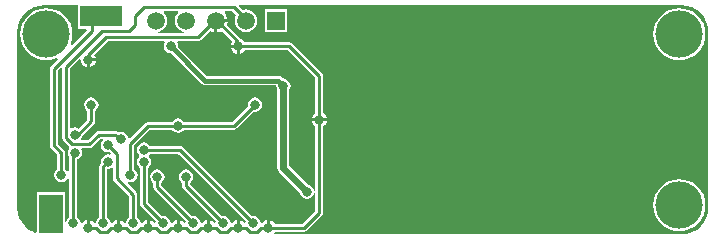
<source format=gbl>
G04 Layer_Physical_Order=2*
G04 Layer_Color=16711680*
%FSLAX25Y25*%
%MOIN*%
G70*
G01*
G75*
%ADD19C,0.01000*%
%ADD20C,0.02362*%
%ADD21C,0.15748*%
%ADD22R,0.07874X0.06890*%
%ADD23C,0.03150*%
%ADD24C,0.05905*%
%ADD25R,0.05905X0.05905*%
%ADD26C,0.01575*%
G36*
X442825Y434262D02*
Y410814D01*
X442925Y410312D01*
X443210Y409886D01*
X445002Y408094D01*
X445156Y407890D01*
X445084Y407385D01*
X444775Y406922D01*
X444592Y406000D01*
X444775Y405078D01*
X445187Y404461D01*
Y399849D01*
X445092Y399773D01*
X444421Y399877D01*
X444203Y400203D01*
X443813Y400464D01*
Y406000D01*
X443713Y406502D01*
X443428Y406928D01*
X441313Y409044D01*
Y433456D01*
X442325Y434469D01*
X442825Y434262D01*
D02*
G37*
G36*
X504042Y383102D02*
X503981Y382817D01*
X503444Y382696D01*
X503336Y382836D01*
X502799Y383249D01*
X502172Y383508D01*
X502000Y383531D01*
Y381000D01*
X501000D01*
Y383531D01*
X500828Y383508D01*
X500202Y383249D01*
X499664Y382836D01*
X499385Y382473D01*
X499309Y382477D01*
X498881Y382638D01*
X498725Y383422D01*
X498203Y384203D01*
X497422Y384725D01*
X496500Y384909D01*
X496039Y384817D01*
X485313Y395544D01*
Y396036D01*
X485703Y396297D01*
X486225Y397078D01*
X486409Y398000D01*
X486225Y398922D01*
X485703Y399703D01*
X484922Y400225D01*
X484000Y400409D01*
X483078Y400225D01*
X482297Y399703D01*
X481775Y398922D01*
X481592Y398000D01*
X481775Y397078D01*
X482297Y396297D01*
X482687Y396036D01*
Y395000D01*
X482787Y394498D01*
X483072Y394072D01*
X494042Y383102D01*
X493981Y382817D01*
X493444Y382696D01*
X493336Y382836D01*
X492799Y383249D01*
X492172Y383508D01*
X492000Y383531D01*
Y381000D01*
X491000D01*
Y383531D01*
X490828Y383508D01*
X490202Y383249D01*
X489664Y382836D01*
X489385Y382473D01*
X489309Y382477D01*
X488881Y382638D01*
X488725Y383422D01*
X488203Y384203D01*
X487422Y384725D01*
X486500Y384909D01*
X486039Y384817D01*
X475813Y395044D01*
Y396036D01*
X476203Y396297D01*
X476725Y397078D01*
X476908Y398000D01*
X476725Y398922D01*
X476203Y399703D01*
X475422Y400225D01*
X474500Y400409D01*
X473578Y400225D01*
X472797Y399703D01*
X472275Y398922D01*
X472091Y398000D01*
X472275Y397078D01*
X472797Y396297D01*
X473187Y396036D01*
Y394500D01*
X473287Y393998D01*
X473572Y393572D01*
X484042Y383102D01*
X483981Y382817D01*
X483444Y382696D01*
X483336Y382836D01*
X482798Y383249D01*
X482172Y383508D01*
X482000Y383531D01*
Y381000D01*
X481000D01*
Y383531D01*
X480828Y383508D01*
X480201Y383249D01*
X479664Y382836D01*
X479385Y382473D01*
X479309Y382477D01*
X478881Y382638D01*
X478725Y383422D01*
X478203Y384203D01*
X477422Y384725D01*
X476500Y384909D01*
X476040Y384817D01*
X471313Y389544D01*
Y401036D01*
X471703Y401297D01*
X472225Y402078D01*
X472408Y403000D01*
X472225Y403922D01*
X471703Y404703D01*
X471633Y404750D01*
Y405184D01*
X471706Y405302D01*
X471964Y405687D01*
X481456D01*
X504042Y383102D01*
D02*
G37*
G36*
X456242Y410419D02*
X456286Y410187D01*
X455775Y409422D01*
X455591Y408500D01*
X455775Y407578D01*
X456297Y406797D01*
X457078Y406275D01*
X458000Y406091D01*
X458461Y406183D01*
X458906Y405738D01*
X458659Y405277D01*
X458000Y405408D01*
X457078Y405225D01*
X456297Y404703D01*
X455775Y403922D01*
X455591Y403000D01*
X455683Y402539D01*
X455572Y402428D01*
X455287Y402002D01*
X455187Y401500D01*
Y384464D01*
X454797Y384203D01*
X454275Y383422D01*
X454148Y382784D01*
X454081Y382624D01*
X453691Y382477D01*
X453615Y382473D01*
X453336Y382836D01*
X452799Y383249D01*
X452172Y383508D01*
X452000Y383531D01*
Y381000D01*
X451000D01*
Y383531D01*
X450828Y383508D01*
X450202Y383249D01*
X449664Y382836D01*
X449385Y382473D01*
X449309Y382477D01*
X448881Y382638D01*
X448725Y383422D01*
X448203Y384203D01*
X447813Y384464D01*
Y403753D01*
X447922Y403775D01*
X448703Y404297D01*
X449225Y405078D01*
X449408Y406000D01*
X449225Y406922D01*
X449100Y407109D01*
X449336Y407550D01*
X451862D01*
X452364Y407650D01*
X452790Y407934D01*
X455544Y410687D01*
X456161D01*
X456242Y410419D01*
D02*
G37*
G36*
X476992Y442746D02*
X476775Y442422D01*
X476591Y441500D01*
X476775Y440578D01*
X477297Y439797D01*
X478078Y439275D01*
X479000Y439091D01*
X479115Y439114D01*
X489365Y428865D01*
X489365Y428865D01*
X489886Y428517D01*
X490500Y428394D01*
X490500Y428394D01*
X514049D01*
X514091Y428343D01*
X514275Y427421D01*
X514493Y427095D01*
Y400846D01*
X514646Y400078D01*
X515081Y399427D01*
X522045Y392463D01*
X522121Y392078D01*
X522643Y391297D01*
X523425Y390775D01*
X524346Y390592D01*
X525268Y390775D01*
X526049Y391297D01*
X526572Y392078D01*
X526687Y392661D01*
X527187Y392611D01*
Y386544D01*
X522956Y382313D01*
X513738D01*
X513336Y382836D01*
X512799Y383249D01*
X512172Y383508D01*
X512000Y383531D01*
Y381000D01*
X511000D01*
Y383531D01*
X510828Y383508D01*
X510202Y383249D01*
X509664Y382836D01*
X509385Y382473D01*
X509309Y382477D01*
X508881Y382638D01*
X508725Y383422D01*
X508203Y384203D01*
X507422Y384725D01*
X506500Y384909D01*
X506039Y384817D01*
X482928Y407928D01*
X482502Y408213D01*
X482000Y408313D01*
X471964D01*
X471703Y408703D01*
X470922Y409225D01*
X470000Y409409D01*
X469078Y409225D01*
X468297Y408703D01*
X467775Y407922D01*
X467591Y407000D01*
X467775Y406078D01*
X468297Y405297D01*
X468367Y405250D01*
Y404750D01*
X468297Y404703D01*
X467775Y403922D01*
X467591Y403000D01*
X467775Y402078D01*
X468297Y401297D01*
X468687Y401036D01*
Y389000D01*
X468787Y388498D01*
X469072Y388072D01*
X474042Y383102D01*
X473981Y382817D01*
X473444Y382696D01*
X473336Y382836D01*
X472798Y383249D01*
X472172Y383508D01*
X472000Y383531D01*
Y381000D01*
X471000D01*
Y383531D01*
X470828Y383508D01*
X470201Y383249D01*
X469664Y382836D01*
X469385Y382473D01*
X469309Y382477D01*
X468881Y382638D01*
X468725Y383422D01*
X468203Y384203D01*
X467813Y384464D01*
Y392000D01*
X467713Y392502D01*
X467428Y392928D01*
X464595Y395762D01*
X464841Y396223D01*
X465500Y396092D01*
X466422Y396275D01*
X467203Y396797D01*
X467725Y397578D01*
X467908Y398500D01*
X467725Y399422D01*
X467203Y400203D01*
X466813Y400464D01*
Y408456D01*
X472044Y413687D01*
X479536D01*
X479797Y413297D01*
X480578Y412775D01*
X481500Y412592D01*
X482422Y412775D01*
X483203Y413297D01*
X483464Y413687D01*
X500000D01*
X500502Y413787D01*
X500928Y414072D01*
X506539Y419683D01*
X507000Y419592D01*
X507922Y419775D01*
X508703Y420297D01*
X509225Y421078D01*
X509409Y422000D01*
X509225Y422922D01*
X508703Y423703D01*
X507922Y424225D01*
X507000Y424408D01*
X506078Y424225D01*
X505297Y423703D01*
X504775Y422922D01*
X504592Y422000D01*
X504683Y421539D01*
X499456Y416313D01*
X483464D01*
X483203Y416703D01*
X482422Y417225D01*
X481500Y417409D01*
X480578Y417225D01*
X479797Y416703D01*
X479536Y416313D01*
X471500D01*
X470998Y416213D01*
X470572Y415928D01*
X465373Y410729D01*
X464830Y410894D01*
X464725Y411422D01*
X464203Y412203D01*
X463422Y412725D01*
X462500Y412909D01*
X461622Y412734D01*
X461428Y412928D01*
X461002Y413213D01*
X460500Y413313D01*
X455000D01*
X454498Y413213D01*
X454072Y412928D01*
X451319Y410175D01*
X449223D01*
X448956Y410675D01*
X449225Y411078D01*
X449297Y411441D01*
X453428Y415572D01*
X453713Y415998D01*
X453813Y416500D01*
Y420036D01*
X454203Y420297D01*
X454725Y421078D01*
X454909Y422000D01*
X454725Y422922D01*
X454203Y423703D01*
X453422Y424225D01*
X452500Y424408D01*
X451578Y424225D01*
X450797Y423703D01*
X450275Y422922D01*
X450092Y422000D01*
X450275Y421078D01*
X450797Y420297D01*
X451187Y420036D01*
Y417044D01*
X448190Y414046D01*
X447922Y414225D01*
X447000Y414408D01*
X446078Y414225D01*
X445891Y414100D01*
X445450Y414336D01*
Y434094D01*
X448450Y437093D01*
X448922Y436858D01*
X448991Y436328D01*
X449251Y435702D01*
X449664Y435164D01*
X450202Y434751D01*
X450828Y434491D01*
X451000Y434469D01*
Y437000D01*
X451500D01*
Y437500D01*
X454031D01*
X454008Y437672D01*
X453749Y438299D01*
X453491Y438635D01*
X458044Y443187D01*
X476756D01*
X476992Y442746D01*
D02*
G37*
G36*
X459687Y400756D02*
Y397500D01*
X459787Y396998D01*
X460072Y396572D01*
X465187Y391456D01*
Y384464D01*
X464797Y384203D01*
X464275Y383422D01*
X464122Y382651D01*
X464117Y382637D01*
X463691Y382477D01*
X463615Y382473D01*
X463336Y382836D01*
X462799Y383249D01*
X462172Y383508D01*
X462000Y383531D01*
Y381000D01*
X461000D01*
Y383531D01*
X460828Y383508D01*
X460202Y383249D01*
X459664Y382836D01*
X459385Y382473D01*
X459309Y382477D01*
X458881Y382638D01*
X458725Y383422D01*
X458203Y384203D01*
X457813Y384464D01*
Y400438D01*
X458000Y400592D01*
X458922Y400775D01*
X459246Y400992D01*
X459687Y400756D01*
D02*
G37*
G36*
X651003Y455034D02*
X652682Y454525D01*
X654229Y453698D01*
X655585Y452585D01*
X656698Y451229D01*
X657524Y449682D01*
X658034Y448003D01*
X658200Y446319D01*
X658187Y446257D01*
Y387683D01*
X658199Y387623D01*
X658035Y385949D01*
X657529Y384282D01*
X656707Y382745D01*
X655602Y381398D01*
X654255Y380293D01*
X652718Y379471D01*
X651051Y378965D01*
X649377Y378801D01*
X649317Y378813D01*
X513652D01*
X513451Y379313D01*
X513738Y379687D01*
X523500D01*
X524002Y379787D01*
X524428Y380072D01*
X529428Y385072D01*
X529713Y385498D01*
X529813Y386000D01*
Y414762D01*
X530336Y415164D01*
X530749Y415701D01*
X531008Y416328D01*
X531031Y416500D01*
X525969D01*
X525991Y416328D01*
X526251Y415701D01*
X526664Y415164D01*
X527187Y414762D01*
Y393389D01*
X526687Y393339D01*
X526572Y393922D01*
X526049Y394703D01*
X525268Y395225D01*
X524883Y395302D01*
X518507Y401678D01*
Y427095D01*
X518725Y427421D01*
X518909Y428343D01*
X518725Y429264D01*
X518203Y430046D01*
X517422Y430568D01*
X516500Y430751D01*
X516385Y430728D01*
X515978Y431135D01*
X515457Y431483D01*
X514843Y431606D01*
X514843Y431606D01*
X491165D01*
X481386Y441385D01*
X481409Y441500D01*
X481225Y442422D01*
X481008Y442746D01*
X481244Y443187D01*
X488000D01*
X488502Y443287D01*
X488928Y443572D01*
X491948Y446592D01*
X492007Y446547D01*
X492968Y446149D01*
X493500Y446079D01*
Y450000D01*
X494000D01*
Y450500D01*
X497921D01*
X497851Y451032D01*
X497453Y451993D01*
X496920Y452687D01*
X497105Y453187D01*
X499456D01*
X500744Y451900D01*
X500733Y451886D01*
X500356Y450976D01*
X500228Y450000D01*
X500356Y449024D01*
X500733Y448114D01*
X501333Y447332D01*
X502114Y446733D01*
X503024Y446356D01*
X504000Y446228D01*
X504976Y446356D01*
X505886Y446733D01*
X506668Y447332D01*
X507267Y448114D01*
X507644Y449024D01*
X507772Y450000D01*
X507644Y450976D01*
X507267Y451886D01*
X506668Y452668D01*
X505886Y453267D01*
X504976Y453644D01*
X504000Y453772D01*
X503024Y453644D01*
X502804Y453553D01*
X501631Y454725D01*
X501822Y455187D01*
X649257D01*
X649319Y455200D01*
X651003Y455034D01*
D02*
G37*
G36*
X481393Y452714D02*
X481332Y452668D01*
X480733Y451886D01*
X480356Y450976D01*
X480228Y450000D01*
X480356Y449024D01*
X480733Y448114D01*
X481332Y447332D01*
X482114Y446733D01*
X483024Y446356D01*
X483354Y446313D01*
X483321Y445813D01*
X474679D01*
X474646Y446313D01*
X474976Y446356D01*
X475886Y446733D01*
X476667Y447332D01*
X477267Y448114D01*
X477644Y449024D01*
X477772Y450000D01*
X477644Y450976D01*
X477267Y451886D01*
X476667Y452668D01*
X476607Y452714D01*
X476768Y453187D01*
X481232D01*
X481393Y452714D01*
D02*
G37*
G36*
X436743Y455187D02*
X447992D01*
Y447358D01*
X450795D01*
X451002Y446858D01*
X445872Y441728D01*
X445466Y442029D01*
X445541Y442169D01*
X446036Y443802D01*
X446203Y445500D01*
X446036Y447198D01*
X445541Y448831D01*
X444736Y450335D01*
X443654Y451654D01*
X442335Y452737D01*
X440831Y453541D01*
X439198Y454036D01*
X437500Y454203D01*
X435802Y454036D01*
X434169Y453541D01*
X432665Y452737D01*
X431346Y451654D01*
X430264Y450335D01*
X429459Y448831D01*
X428964Y447198D01*
X428797Y445500D01*
X428964Y443802D01*
X429459Y442169D01*
X430264Y440665D01*
X431346Y439346D01*
X432665Y438264D01*
X434169Y437459D01*
X435802Y436964D01*
X437500Y436797D01*
X439198Y436964D01*
X440831Y437459D01*
X440971Y437534D01*
X441272Y437128D01*
X439072Y434928D01*
X438787Y434502D01*
X438687Y434000D01*
Y408500D01*
X438787Y407998D01*
X439072Y407572D01*
X441187Y405456D01*
Y400464D01*
X440797Y400203D01*
X440275Y399422D01*
X440092Y398500D01*
X440275Y397578D01*
X440797Y396797D01*
X441578Y396275D01*
X442500Y396092D01*
X443422Y396275D01*
X444203Y396797D01*
X444421Y397123D01*
X445092Y397227D01*
X445187Y397151D01*
Y384464D01*
X444797Y384203D01*
X444275Y383422D01*
X444162Y382852D01*
X443661Y382901D01*
Y384366D01*
Y392831D01*
X434213D01*
Y384366D01*
Y379608D01*
X433811Y379311D01*
X433282Y379471D01*
X431745Y380293D01*
X430398Y381398D01*
X429293Y382745D01*
X428471Y384282D01*
X427965Y385949D01*
X427801Y387623D01*
X427813Y387683D01*
Y437000D01*
Y446257D01*
X427800Y446319D01*
X427966Y448003D01*
X428476Y449682D01*
X429302Y451229D01*
X430415Y452585D01*
X431771Y453698D01*
X433318Y454525D01*
X434997Y455034D01*
X436681Y455200D01*
X436743Y455187D01*
D02*
G37*
%LPC*%
G36*
X454031Y436500D02*
X452000D01*
Y434469D01*
X452172Y434491D01*
X452799Y434751D01*
X453336Y435164D01*
X453749Y435702D01*
X454008Y436328D01*
X454031Y436500D01*
D02*
G37*
G36*
X648500Y397203D02*
X646802Y397036D01*
X645169Y396541D01*
X643665Y395737D01*
X642346Y394654D01*
X641263Y393335D01*
X640459Y391831D01*
X639964Y390198D01*
X639797Y388500D01*
X639964Y386802D01*
X640459Y385169D01*
X641263Y383665D01*
X642346Y382346D01*
X643665Y381263D01*
X645169Y380459D01*
X646802Y379964D01*
X648500Y379797D01*
X650198Y379964D01*
X651831Y380459D01*
X653335Y381263D01*
X654654Y382346D01*
X655736Y383665D01*
X656541Y385169D01*
X657036Y386802D01*
X657203Y388500D01*
X657036Y390198D01*
X656541Y391831D01*
X655736Y393335D01*
X654654Y394654D01*
X653335Y395737D01*
X651831Y396541D01*
X650198Y397036D01*
X648500Y397203D01*
D02*
G37*
G36*
X501000Y441000D02*
X498969D01*
X498991Y440828D01*
X499251Y440202D01*
X499664Y439664D01*
X500202Y439251D01*
X500828Y438991D01*
X501000Y438969D01*
Y441000D01*
D02*
G37*
G36*
X517740Y453740D02*
X510260D01*
Y446260D01*
X517740D01*
Y453740D01*
D02*
G37*
G36*
X648500Y454203D02*
X646802Y454036D01*
X645169Y453541D01*
X643665Y452737D01*
X642346Y451654D01*
X641263Y450335D01*
X640459Y448831D01*
X639964Y447198D01*
X639797Y445500D01*
X639964Y443802D01*
X640459Y442169D01*
X641263Y440665D01*
X642346Y439346D01*
X643665Y438264D01*
X645169Y437459D01*
X646802Y436964D01*
X648500Y436797D01*
X650198Y436964D01*
X651831Y437459D01*
X653335Y438264D01*
X654654Y439346D01*
X655736Y440665D01*
X656541Y442169D01*
X657036Y443802D01*
X657203Y445500D01*
X657036Y447198D01*
X656541Y448831D01*
X655736Y450335D01*
X654654Y451654D01*
X653335Y452737D01*
X651831Y453541D01*
X650198Y454036D01*
X648500Y454203D01*
D02*
G37*
G36*
X497921Y449500D02*
X494500D01*
Y446079D01*
X495032Y446149D01*
X495993Y446547D01*
X496052Y446592D01*
X499509Y443135D01*
X499251Y442799D01*
X498991Y442172D01*
X498969Y442000D01*
X501500D01*
Y441500D01*
X502000D01*
Y438969D01*
X502172Y438991D01*
X502799Y439251D01*
X503336Y439664D01*
X503738Y440187D01*
X517956D01*
X527187Y430956D01*
Y419238D01*
X526664Y418836D01*
X526251Y418298D01*
X525991Y417672D01*
X525969Y417500D01*
X531031D01*
X531008Y417672D01*
X530749Y418298D01*
X530336Y418836D01*
X529813Y419238D01*
Y431500D01*
X529713Y432002D01*
X529428Y432428D01*
X519428Y442428D01*
X519002Y442713D01*
X518500Y442813D01*
X503738D01*
X503336Y443336D01*
X502799Y443749D01*
X502452Y443893D01*
X502428Y443928D01*
X497716Y448641D01*
X497851Y448968D01*
X497921Y449500D01*
D02*
G37*
%LPD*%
D19*
X494000Y450500D02*
X501500Y443000D01*
X509048Y380862D02*
X511500D01*
X499048D02*
X503952D01*
X488000Y444500D02*
X494000Y450500D01*
X489048Y380862D02*
X493952D01*
X479048D02*
X483952D01*
X461500D02*
X463952D01*
X469048D02*
X473952D01*
X446090Y408862D02*
X451862D01*
X455000Y412000D01*
X444138Y410814D02*
Y434638D01*
Y410814D02*
X446090Y408862D01*
X444138Y434638D02*
X456000Y446500D01*
X447000Y412000D02*
X448000D01*
X452500Y416500D01*
X446500Y405500D02*
X447000Y406000D01*
X455000Y412000D02*
X460500D01*
X462000Y410500D01*
X462500D01*
X500000Y454500D02*
X504000Y450500D01*
X470000Y454500D02*
X500000D01*
X466933Y451433D02*
X470000Y454500D01*
X452717Y446717D02*
Y451591D01*
X440000Y434000D02*
X452717Y446717D01*
X440000Y408500D02*
Y434000D01*
Y408500D02*
X442500Y406000D01*
Y398500D02*
Y406000D01*
X456000Y446500D02*
X465000D01*
X449912Y448786D02*
X452717Y451591D01*
X481500Y415000D02*
X500000D01*
X471500D02*
X481500D01*
X466933Y448433D02*
Y451433D01*
X465000Y446500D02*
X466933Y448433D01*
X457500Y444500D02*
X488000D01*
X451500Y438500D02*
X457500Y444500D01*
X465500Y409000D02*
X471500Y415000D01*
X465500Y398500D02*
Y409000D01*
X500000Y415000D02*
X507000Y422000D01*
X452500Y416500D02*
Y422000D01*
X528500Y417000D02*
Y431500D01*
X518500Y441500D02*
X528500Y431500D01*
X501500Y441500D02*
X518500D01*
X482000Y407000D02*
X506500Y382500D01*
X470000Y407000D02*
X482000D01*
X484000Y395000D02*
X496500Y382500D01*
X484000Y395000D02*
Y398000D01*
X474500Y394500D02*
X486500Y382500D01*
X474500Y394500D02*
Y398000D01*
X470000Y389000D02*
X476500Y382500D01*
X470000Y389000D02*
Y403000D01*
X528500Y386000D02*
Y417000D01*
X523500Y381000D02*
X528500Y386000D01*
X511500Y381000D02*
X523500D01*
X466500Y382500D02*
Y392000D01*
X461000Y397500D02*
X466500Y392000D01*
X461000Y397500D02*
Y405500D01*
X458000Y408500D02*
X461000Y405500D01*
X446500Y382500D02*
Y405500D01*
X451500Y437000D02*
Y438500D01*
X456500Y401500D02*
X458000Y403000D01*
X456500Y382500D02*
Y401500D01*
X503952Y380862D02*
X505314Y379500D01*
X507686D01*
X509048Y380862D01*
X493952D02*
X495314Y379500D01*
X497686D01*
X499048Y380862D01*
X483952D02*
X485314Y379500D01*
X487686D01*
X489048Y380862D01*
X473952D02*
X475314Y379500D01*
X477686D01*
X479048Y380862D01*
X463952D02*
X465314Y379500D01*
X467686D01*
X469048Y380862D01*
X459048Y381000D02*
X461500D01*
X457686Y379638D02*
X459048Y381000D01*
X455314Y379638D02*
X457686D01*
X453952Y381000D02*
X455314Y379638D01*
X451500Y381000D02*
X453952D01*
X501500Y441500D02*
Y443000D01*
D20*
X516500Y400846D02*
X524346Y393000D01*
X516500Y400846D02*
Y428343D01*
D21*
X437500Y445500D02*
D03*
X648500Y388500D02*
D03*
Y445500D02*
D03*
D22*
X438937Y382693D02*
D03*
Y388598D02*
D03*
X452717Y451591D02*
D03*
X458622D02*
D03*
D23*
X479000Y441500D02*
D03*
X516500Y428343D02*
D03*
X524346Y393000D02*
D03*
X507000Y422000D02*
D03*
X506500Y382500D02*
D03*
X496500D02*
D03*
X486500D02*
D03*
X476500D02*
D03*
X466500D02*
D03*
X456500D02*
D03*
X446500D02*
D03*
X528500Y417000D02*
D03*
X501500Y441500D02*
D03*
X451500Y437000D02*
D03*
X511500Y381000D02*
D03*
X501500D02*
D03*
X491500D02*
D03*
X481500D02*
D03*
X471500D02*
D03*
X461500D02*
D03*
X451500D02*
D03*
X447000Y412000D02*
D03*
Y406000D02*
D03*
X462500Y410500D02*
D03*
X481500Y415000D02*
D03*
X484000Y398000D02*
D03*
X474500D02*
D03*
X470000Y403000D02*
D03*
Y407000D02*
D03*
X465500Y398500D02*
D03*
X442500D02*
D03*
X458000Y403000D02*
D03*
Y408500D02*
D03*
X452500Y422000D02*
D03*
D24*
X474000Y450000D02*
D03*
X484000D02*
D03*
X494000D02*
D03*
X504000D02*
D03*
D25*
X514000D02*
D03*
D26*
X514843Y430000D02*
X516500Y428343D01*
X490500Y430000D02*
X514843D01*
X479000Y441500D02*
X490500Y430000D01*
M02*

</source>
